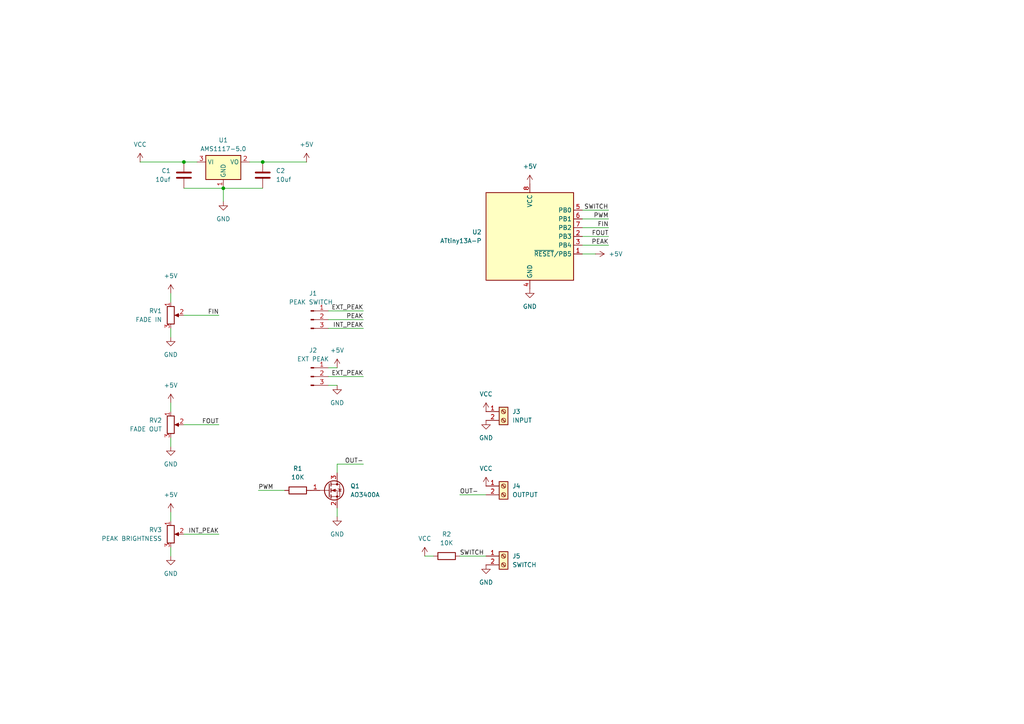
<source format=kicad_sch>
(kicad_sch (version 20250114) (generator "eeschema") (generator_version "9.0")
  (paper "A4")
  (title_block (title "ATtiny13A-based PWM Lighting Controller") (date "2025-06-09") (rev "Prototype 1") (company "DIY Labs"))
  (lib_symbols
    (symbol "Connector:Conn_01x03_Pin" (pin_names (offset 1.016) (hide yes))
      (property "Reference" "J" (at 0 5.08 0))
      (property "Value" "Conn_01x03_Pin" (at 0 -5.08 0))
      (symbol "Conn_01x03_Pin_1_1"
        (rectangle (start 0.8636 2.667) (end 0 2.413) (stroke (width 0.1524)) (fill (type outline)))
        (rectangle (start 0.8636 0.127) (end 0 -0.127) (stroke (width 0.1524)) (fill (type outline)))
        (rectangle (start 0.8636 -2.413) (end 0 -2.667) (stroke (width 0.1524)) (fill (type outline)))
        (polyline (pts (xy 1.27 2.54) (xy 0.8636 2.54)) (stroke (width 0.1524)))
        (polyline (pts (xy 1.27 0) (xy 0.8636 0)) (stroke (width 0.1524)))
        (polyline (pts (xy 1.27 -2.54) (xy 0.8636 -2.54)) (stroke (width 0.1524)))
        (pin passive line (at 5.08 2.54 180) (length 3.81) (name "Pin_1") (number "1"))
        (pin passive line (at 5.08 0 180) (length 3.81) (name "Pin_2") (number "2"))
        (pin passive line (at 5.08 -2.54 180) (length 3.81) (name "Pin_3") (number "3"))
      )
    )
    (symbol "Connector:Screw_Terminal_01x02" (pin_names (offset 1.016) (hide yes))
      (property "Reference" "J" (at 0 2.54 0))
      (property "Value" "Screw_Terminal_01x02" (at 0 -5.08 0))
      (symbol "Screw_Terminal_01x02_1_1"
        (rectangle (start -1.27 1.27) (end 1.27 -3.81) (stroke (width 0.254)) (fill (type background)))
        (polyline (pts (xy -0.5334 0.3302) (xy 0.3302 -0.508)) (stroke (width 0.1524)))
        (polyline (pts (xy -0.5334 -2.2098) (xy 0.3302 -3.048)) (stroke (width 0.1524)))
        (polyline (pts (xy -0.3556 0.508) (xy 0.508 -0.3302)) (stroke (width 0.1524)))
        (polyline (pts (xy -0.3556 -2.032) (xy 0.508 -2.8702)) (stroke (width 0.1524)))
        (circle (center 0 0) (radius 0.635) (stroke (width 0.1524)))
        (circle (center 0 -2.54) (radius 0.635) (stroke (width 0.1524)))
        (pin passive line (at -5.08 0 0) (length 3.81) (name "Pin_1") (number "1"))
        (pin passive line (at -5.08 -2.54 0) (length 3.81) (name "Pin_2") (number "2"))
      )
    )
    (symbol "Device:C" (pin_numbers (hide yes)) (pin_names (offset 0.254))
      (property "Reference" "C" (at 0.635 2.54 0))
      (property "Value" "C" (at 0.635 -2.54 0))
      (symbol "C_0_1"
        (polyline (pts (xy -2.032 0.762) (xy 2.032 0.762)) (stroke (width 0.508)))
        (polyline (pts (xy -2.032 -0.762) (xy 2.032 -0.762)) (stroke (width 0.508)))
      )
      (symbol "C_1_1"
        (pin passive line (at 0 3.81 270) (length 2.794) (name "~") (number "1"))
        (pin passive line (at 0 -3.81 90) (length 2.794) (name "~") (number "2"))
      )
    )
    (symbol "Device:R" (pin_numbers (hide yes)) (pin_names (offset 0))
      (property "Reference" "R" (at 2.032 0 90))
      (property "Value" "R" (at 0 0 90))
      (symbol "R_0_1"
        (rectangle (start -1.016 -2.54) (end 1.016 2.54) (stroke (width 0.254)))
      )
      (symbol "R_1_1"
        (pin passive line (at 0 3.81 270) (length 1.27) (name "~") (number "1"))
        (pin passive line (at 0 -3.81 90) (length 1.27) (name "~") (number "2"))
      )
    )
    (symbol "Device:R_Potentiometer" (pin_names (offset 1.016) (hide yes))
      (property "Reference" "RV" (at -4.445 0 90))
      (property "Value" "R_Potentiometer" (at -2.54 0 90))
      (symbol "R_Potentiometer_0_1"
        (rectangle (start 1.016 2.54) (end -1.016 -2.54) (stroke (width 0.254)))
        (polyline (pts (xy 1.143 0) (xy 2.286 0.508) (xy 2.286 -0.508) (xy 1.143 0)) (fill (type outline)))
        (polyline (pts (xy 2.54 0) (xy 1.524 0)))
      )
      (symbol "R_Potentiometer_1_1"
        (pin passive line (at 0 3.81 270) (length 1.27) (name "1") (number "1"))
        (pin passive line (at 0 -3.81 90) (length 1.27) (name "3") (number "3"))
        (pin passive line (at 3.81 0 180) (length 1.27) (name "2") (number "2"))
      )
    )
    (symbol "MCU_Microchip_ATtiny:ATtiny13A-P"
      (property "Reference" "U" (at -12.7 13.97 0))
      (property "Value" "ATtiny13A-P" (at 2.54 -13.97 0))
      (symbol "ATtiny13A-P_0_1"
        (rectangle (start -12.7 -12.7) (end 12.7 12.7) (stroke (width 0.254)) (fill (type background)))
      )
      (symbol "ATtiny13A-P_1_1"
        (pin power_in line (at 0 15.24 270) (length 2.54) (name "VCC") (number "8"))
        (pin power_in line (at 0 -15.24 90) (length 2.54) (name "GND") (number "4"))
        (pin bidirectional line (at 15.24 7.62 180) (length 2.54) (name "PB0") (number "5"))
        (pin bidirectional line (at 15.24 5.08 180) (length 2.54) (name "PB1") (number "6"))
        (pin bidirectional line (at 15.24 2.54 180) (length 2.54) (name "PB2") (number "7"))
        (pin bidirectional line (at 15.24 0 180) (length 2.54) (name "PB3") (number "2"))
        (pin bidirectional line (at 15.24 -2.54 180) (length 2.54) (name "PB4") (number "3"))
        (pin bidirectional line (at 15.24 -5.08 180) (length 2.54) (name "~{RESET}/PB5") (number "1"))
      )
    )
    (symbol "Regulator_Linear:AMS1117-5.0"
      (property "Reference" "U" (at -3.81 3.175 0))
      (property "Value" "AMS1117-5.0" (at 0 3.175 0))
      (symbol "AMS1117-5.0_0_1"
        (rectangle (start -5.08 -5.08) (end 5.08 1.905) (stroke (width 0.254)) (fill (type background)))
      )
      (symbol "AMS1117-5.0_1_1"
        (pin power_in line (at -7.62 0 0) (length 2.54) (name "VI") (number "3"))
        (pin power_in line (at 0 -7.62 90) (length 2.54) (name "GND") (number "1"))
        (pin power_out line (at 7.62 0 180) (length 2.54) (name "VO") (number "2"))
      )
    )
    (symbol "Transistor_FET:AO3400A" (pin_names (hide yes))
      (property "Reference" "Q" (at 5.08 1.905 0))
      (property "Value" "AO3400A" (at 5.08 0 0))
      (symbol "AO3400A_0_1"
        (polyline (pts (xy 0.254 1.905) (xy 0.254 -1.905)) (stroke (width 0.254)))
        (polyline (pts (xy 0.254 0) (xy -2.54 0)))
        (polyline (pts (xy 0.762 2.286) (xy 0.762 1.27)) (stroke (width 0.254)))
        (polyline (pts (xy 0.762 0.508) (xy 0.762 -0.508)) (stroke (width 0.254)))
        (polyline (pts (xy 0.762 -1.27) (xy 0.762 -2.286)) (stroke (width 0.254)))
        (polyline (pts (xy 0.762 -1.778) (xy 3.302 -1.778) (xy 3.302 1.778) (xy 0.762 1.778)))
        (polyline (pts (xy 1.016 0) (xy 2.032 0.381) (xy 2.032 -0.381) (xy 1.016 0)) (fill (type outline)))
        (circle (center 1.651 0) (radius 2.794) (stroke (width 0.254)))
        (polyline (pts (xy 2.54 2.54) (xy 2.54 1.778)))
        (circle (center 2.54 1.778) (radius 0.254) (fill (type outline)))
        (circle (center 2.54 -1.778) (radius 0.254) (fill (type outline)))
        (polyline (pts (xy 2.54 -2.54) (xy 2.54 0) (xy 0.762 0)))
        (polyline (pts (xy 2.794 0.508) (xy 2.921 0.381) (xy 3.683 0.381) (xy 3.81 0.254)))
        (polyline (pts (xy 3.302 0.381) (xy 2.921 -0.254) (xy 3.683 -0.254) (xy 3.302 0.381)))
      )
      (symbol "AO3400A_1_1"
        (pin input line (at -5.08 0 0) (length 2.54) (name "G") (number "1"))
        (pin passive line (at 2.54 5.08 270) (length 2.54) (name "D") (number "3"))
        (pin passive line (at 2.54 -5.08 90) (length 2.54) (name "S") (number "2"))
      )
    )
    (symbol "power:+5V" (power) (pin_numbers (hide yes)) (pin_names (offset 0) (hide yes))
      (property "Value" "+5V" (at 0 3.556 0))
      (symbol "+5V_0_1"
        (polyline (pts (xy -0.762 1.27) (xy 0 2.54)))
        (polyline (pts (xy 0 2.54) (xy 0.762 1.27)))
        (polyline (pts (xy 0 0) (xy 0 2.54)))
      )
      (symbol "+5V_1_1"
        (pin power_in line (at 0 0 90) (length 0) (name "~") (number "1"))
      )
    )
    (symbol "power:GND" (power) (pin_numbers (hide yes)) (pin_names (offset 0) (hide yes))
      (property "Value" "GND" (at 0 -3.81 0))
      (symbol "GND_0_1"
        (polyline (pts (xy 0 0) (xy 0 -1.27) (xy 1.27 -1.27) (xy 0 -2.54) (xy -1.27 -1.27) (xy 0 -1.27)))
      )
      (symbol "GND_1_1"
        (pin power_in line (at 0 0 270) (length 0) (name "~") (number "1"))
      )
    )
    (symbol "power:VCC" (power) (pin_numbers (hide yes)) (pin_names (offset 0) (hide yes))
      (property "Value" "VCC" (at 0 3.556 0))
      (symbol "VCC_0_1"
        (polyline (pts (xy -0.762 1.27) (xy 0 2.54)))
        (polyline (pts (xy 0 2.54) (xy 0.762 1.27)))
        (polyline (pts (xy 0 0) (xy 0 2.54)))
      )
      (symbol "VCC_1_1"
        (pin power_in line (at 0 0 90) (length 0) (name "~") (number "1"))
      )
    )
  )
  (junction (at 53.34 46.99))
  (junction (at 76.2 46.99))
  (junction (at 64.77 54.61))
  (wire (pts (xy 95.25 106.68) (xy 97.79 106.68)))
  (wire (pts (xy 97.79 134.62) (xy 105.41 134.62)))
  (wire (pts (xy 123.19 161.29) (xy 125.73 161.29)))
  (wire (pts (xy 168.91 68.58) (xy 176.53 68.58)))
  (wire (pts (xy 74.93 142.24) (xy 82.55 142.24)))
  (wire (pts (xy 53.34 91.44) (xy 63.5 91.44)))
  (wire (pts (xy 168.91 63.5) (xy 176.53 63.5)))
  (wire (pts (xy 49.53 95.25) (xy 49.53 97.79)))
  (wire (pts (xy 49.53 116.84) (xy 49.53 119.38)))
  (wire (pts (xy 49.53 127) (xy 49.53 129.54)))
  (wire (pts (xy 64.77 54.61) (xy 76.2 54.61)))
  (wire (pts (xy 97.79 147.32) (xy 97.79 149.86)))
  (wire (pts (xy 49.53 148.59) (xy 49.53 151.13)))
  (wire (pts (xy 72.39 46.99) (xy 76.2 46.99)))
  (wire (pts (xy 168.91 60.96) (xy 176.53 60.96)))
  (wire (pts (xy 53.34 54.61) (xy 64.77 54.61)))
  (wire (pts (xy 97.79 134.62) (xy 97.79 137.16)))
  (wire (pts (xy 95.25 111.76) (xy 97.79 111.76)))
  (wire (pts (xy 49.53 158.75) (xy 49.53 161.29)))
  (wire (pts (xy 95.25 92.71) (xy 105.41 92.71)))
  (wire (pts (xy 168.91 66.04) (xy 176.53 66.04)))
  (wire (pts (xy 168.91 71.12) (xy 176.53 71.12)))
  (wire (pts (xy 40.64 46.99) (xy 53.34 46.99)))
  (wire (pts (xy 53.34 154.94) (xy 63.5 154.94)))
  (wire (pts (xy 53.34 46.99) (xy 57.15 46.99)))
  (wire (pts (xy 133.35 161.29) (xy 140.97 161.29)))
  (wire (pts (xy 95.25 95.25) (xy 105.41 95.25)))
  (wire (pts (xy 133.35 143.51) (xy 140.97 143.51)))
  (wire (pts (xy 49.53 85.09) (xy 49.53 87.63)))
  (wire (pts (xy 53.34 123.19) (xy 63.5 123.19)))
  (wire (pts (xy 64.77 54.61) (xy 64.77 58.42)))
  (wire (pts (xy 172.72 73.66) (xy 168.91 73.66)))
  (wire (pts (xy 76.2 46.99) (xy 88.9 46.99)))
  (wire (pts (xy 95.25 90.17) (xy 105.41 90.17)))
  (wire (pts (xy 95.25 109.22) (xy 105.41 109.22)))
  (label "PWM" (at 74.93 142.24 0))
  (label "FOUT" (at 176.53 68.58 180))
  (label "SWITCH" (at 176.4382 60.96 180))
  (label "OUT-" (at 105.41 134.62 180))
  (label "FIN" (at 63.5 91.44 180))
  (label "PEAK" (at 105.41 92.71 180))
  (label "PWM" (at 176.53 63.5 180))
  (label "PEAK" (at 176.53 71.12 180))
  (label "EXT_PEAK" (at 105.41 109.22 180))
  (label "INT_PEAK" (at 105.41 95.25 180))
  (label "EXT_PEAK" (at 105.41 90.17 180))
  (label "OUT-" (at 133.35 143.51 0))
  (label "INT_PEAK" (at 63.5 154.94 180))
  (label "FOUT" (at 63.5 123.19 180))
  (label "SWITCH" (at 133.35 161.29 0))
  (label "FIN" (at 176.53 66.04 180))
  (symbol (lib_id "Device:C") (at 76.2 50.8 0) (unit 1)
    (property "Reference" "C2" (at 80.01 49.5299 0) (effects (justify left)))
    (property "Value" "10uf" (at 80.01 52.0699 0) (effects (justify left)))
    (property "Description" "Unpolarized capacitor" (effects (hide yes)))
  )
  (symbol (lib_id "power:GND") (at 49.53 161.29 0) (unit 1)
    (property "Reference" "#PWR012" (effects (hide yes)))
    (property "Value" "GND" (at 49.53 166.37 0))
    (property "Description" "Power symbol creates a global label with name \"GND\" , ground" (effects (hide yes)))
  )
  (symbol (lib_id "power:VCC") (at 140.97 119.38 0) (unit 1)
    (property "Reference" "#PWR018" (effects (hide yes)))
    (property "Value" "VCC" (at 140.97 114.3 0))
    (property "Description" "Power symbol creates a global label with name \"VCC\"" (effects (hide yes)))
  )
  (symbol (lib_id "power:+5V") (at 172.72 73.66 270) (unit 1)
    (property "Reference" "#PWR06" (effects (hide yes)))
    (property "Value" "+5V" (at 176.53 73.6599 90) (effects (justify left)))
    (property "Description" "Power symbol creates a global label with name \"+5V\"" (effects (hide yes)))
  )
  (symbol (lib_id "power:+5V") (at 97.79 106.68 0) (unit 1)
    (property "Reference" "#PWR014" (effects (hide yes)))
    (property "Value" "+5V" (at 97.79 101.6 0))
    (property "Description" "Power symbol creates a global label with name \"+5V\"" (effects (hide yes)))
  )
  (symbol (lib_id "power:GND") (at 49.53 97.79 0) (unit 1)
    (property "Reference" "#PWR07" (effects (hide yes)))
    (property "Value" "GND" (at 49.53 102.87 0))
    (property "Description" "Power symbol creates a global label with name \"GND\" , ground" (effects (hide yes)))
  )
  (symbol (lib_id "Connector:Conn_01x03_Pin") (at 90.17 92.71 0) (unit 1)
    (property "Reference" "J1" (at 90.805 85.09 0))
    (property "Value" "PEAK SWITCH" (at 90.17 87.63 0))
    (property "Description" "Generic connector, single row, 01x03, script generated" (effects (hide yes)))
  )
  (symbol (lib_id "power:VCC") (at 140.97 140.97 0) (unit 1)
    (property "Reference" "#PWR016" (effects (hide yes)))
    (property "Value" "VCC" (at 140.97 135.89 0))
    (property "Description" "Power symbol creates a global label with name \"VCC\"" (effects (hide yes)))
  )
  (symbol (lib_id "Device:R") (at 129.54 161.29 90) (unit 1)
    (property "Reference" "R2" (at 129.54 154.94 90))
    (property "Value" "10K" (at 129.54 157.48 90))
    (property "Description" "Resistor" (effects (hide yes)))
  )
  (symbol (lib_id "power:GND") (at 97.79 111.76 0) (unit 1)
    (property "Reference" "#PWR013" (effects (hide yes)))
    (property "Value" "GND" (at 97.79 116.84 0))
    (property "Description" "Power symbol creates a global label with name \"GND\" , ground" (effects (hide yes)))
  )
  (symbol (lib_id "power:GND") (at 49.53 129.54 0) (unit 1)
    (property "Reference" "#PWR010" (effects (hide yes)))
    (property "Value" "GND" (at 49.53 134.62 0))
    (property "Description" "Power symbol creates a global label with name \"GND\" , ground" (effects (hide yes)))
  )
  (symbol (lib_id "power:GND") (at 64.77 58.42 0) (unit 1)
    (property "Reference" "#PWR01" (effects (hide yes)))
    (property "Value" "GND" (at 64.77 63.5 0))
    (property "Description" "Power symbol creates a global label with name \"GND\" , ground" (effects (hide yes)))
  )
  (symbol (lib_id "power:GND") (at 97.79 149.86 0) (unit 1)
    (property "Reference" "#PWR015" (effects (hide yes)))
    (property "Value" "GND" (at 97.79 154.94 0))
    (property "Description" "Power symbol creates a global label with name \"GND\" , ground" (effects (hide yes)))
  )
  (symbol (lib_id "power:GND") (at 140.97 121.92 0) (unit 1)
    (property "Reference" "#PWR017" (effects (hide yes)))
    (property "Value" "GND" (at 140.97 127 0))
    (property "Description" "Power symbol creates a global label with name \"GND\" , ground" (effects (hide yes)))
  )
  (symbol (lib_id "power:+5V") (at 49.53 85.09 0) (unit 1)
    (property "Reference" "#PWR08" (effects (hide yes)))
    (property "Value" "+5V" (at 49.53 80.01 0))
    (property "Description" "Power symbol creates a global label with name \"+5V\"" (effects (hide yes)))
  )
  (symbol (lib_id "power:VCC") (at 40.64 46.99 0) (unit 1)
    (property "Reference" "#PWR03" (effects (hide yes)))
    (property "Value" "VCC" (at 40.64 41.91 0))
    (property "Description" "Power symbol creates a global label with name \"VCC\"" (effects (hide yes)))
  )
  (symbol (lib_id "Connector:Screw_Terminal_01x02") (at 146.05 119.38 0) (unit 1)
    (property "Reference" "J3" (at 148.59 119.3799 0) (effects (justify left)))
    (property "Value" "INPUT" (at 148.59 121.9199 0) (effects (justify left)))
    (property "Description" "Generic screw terminal, single row, 01x02, script generated (kicad-library-utils/schlib/autogen/connector/)" (effects (hide yes)))
  )
  (symbol (lib_id "MCU_Microchip_ATtiny:ATtiny13A-P") (at 153.67 68.58 0) (unit 1)
    (property "Reference" "U2" (at 139.7 67.3099 0) (effects (justify right)))
    (property "Value" "ATtiny13A-P" (at 139.7 69.8499 0) (effects (justify right)))
    (property "Footprint" "Package_DIP:DIP-8_W7.62mm" (effects (hide yes)))
    (property "Datasheet" "http://ww1.microchip.com/downloads/en/DeviceDoc/doc8126.pdf" (effects (hide yes)))
    (property "Description" "20MHz, 1kB Flash, 64B SRAM, 64B EEPROM, debugWIRE, DIP-8" (effects (hide yes)))
  )
  (symbol (lib_id "power:+5V") (at 49.53 148.59 0) (unit 1)
    (property "Reference" "#PWR011" (effects (hide yes)))
    (property "Value" "+5V" (at 49.53 143.51 0))
    (property "Description" "Power symbol creates a global label with name \"+5V\"" (effects (hide yes)))
  )
  (symbol (lib_id "Device:C") (at 53.34 50.8 0) (mirror y) (unit 1)
    (property "Reference" "C1" (at 49.53 49.5299 0) (effects (justify left)))
    (property "Value" "10uf" (at 49.53 52.0699 0) (effects (justify left)))
    (property "Description" "Unpolarized capacitor" (effects (hide yes)))
  )
  (symbol (lib_id "power:+5V") (at 88.9 46.99 0) (unit 1)
    (property "Reference" "#PWR02" (effects (hide yes)))
    (property "Value" "+5V" (at 88.9 41.91 0))
    (property "Description" "Power symbol creates a global label with name \"+5V\"" (effects (hide yes)))
  )
  (symbol (lib_id "Device:R") (at 86.36 142.24 90) (unit 1)
    (property "Reference" "R1" (at 86.36 135.89 90))
    (property "Value" "10K" (at 86.36 138.43 90))
    (property "Description" "Resistor" (effects (hide yes)))
  )
  (symbol (lib_id "Connector:Screw_Terminal_01x02") (at 146.05 140.97 0) (unit 1)
    (property "Reference" "J4" (at 148.59 140.9699 0) (effects (justify left)))
    (property "Value" "OUTPUT" (at 148.59 143.5099 0) (effects (justify left)))
    (property "Description" "Generic screw terminal, single row, 01x02, script generated (kicad-library-utils/schlib/autogen/connector/)" (effects (hide yes)))
  )
  (symbol (lib_id "power:+5V") (at 153.67 53.34 0) (unit 1)
    (property "Reference" "#PWR04" (effects (hide yes)))
    (property "Value" "+5V" (at 153.67 48.26 0))
    (property "Description" "Power symbol creates a global label with name \"+5V\"" (effects (hide yes)))
  )
  (symbol (lib_id "Connector:Conn_01x03_Pin") (at 90.17 109.22 0) (unit 1)
    (property "Reference" "J2" (at 90.805 101.6 0))
    (property "Value" "EXT PEAK" (at 90.805 104.14 0))
    (property "Description" "Generic connector, single row, 01x03, script generated" (effects (hide yes)))
  )
  (symbol (lib_id "Device:R_Potentiometer") (at 49.53 91.44 0) (unit 1)
    (property "Reference" "RV1" (at 46.99 90.1699 0) (effects (justify right)))
    (property "Value" "FADE IN" (at 46.99 92.7099 0) (effects (justify right)))
    (property "Description" "Potentiometer" (effects (hide yes)))
  )
  (symbol (lib_id "Regulator_Linear:AMS1117-5.0") (at 64.77 46.99 0) (unit 1)
    (property "Reference" "U1" (at 64.77 40.64 0))
    (property "Value" "AMS1117-5.0" (at 64.77 43.18 0))
    (property "Footprint" "Package_TO_SOT_SMD:SOT-223-3_TabPin2" (effects (hide yes)))
    (property "Datasheet" "http://www.advanced-monolithic.com/pdf/ds1117.pdf" (effects (hide yes)))
    (property "Description" "1A Low Dropout regulator, positive, 5.0V fixed output, SOT-223" (effects (hide yes)))
  )
  (symbol (lib_id "Transistor_FET:AO3400A") (at 95.25 142.24 0) (unit 1)
    (property "Reference" "Q1" (at 101.6 140.9699 0) (effects (justify left)))
    (property "Value" "AO3400A" (at 101.6 143.5099 0) (effects (justify left)))
    (property "Footprint" "Package_TO_SOT_SMD:SOT-23" (effects (hide yes)))
    (property "Datasheet" "http://www.aosmd.com/pdfs/datasheet/AO3400A.pdf" (effects (hide yes)))
    (property "Description" "30V Vds, 5.7A Id, N-Channel MOSFET, SOT-23" (effects (hide yes)))
  )
  (symbol (lib_id "Connector:Screw_Terminal_01x02") (at 146.05 161.29 0) (unit 1)
    (property "Reference" "J5" (at 148.59 161.2899 0) (effects (justify left)))
    (property "Value" "SWITCH" (at 148.59 163.8299 0) (effects (justify left)))
    (property "Description" "Generic screw terminal, single row, 01x02, script generated (kicad-library-utils/schlib/autogen/connector/)" (effects (hide yes)))
  )
  (symbol (lib_id "power:+5V") (at 49.53 116.84 0) (unit 1)
    (property "Reference" "#PWR09" (effects (hide yes)))
    (property "Value" "+5V" (at 49.53 111.76 0))
    (property "Description" "Power symbol creates a global label with name \"+5V\"" (effects (hide yes)))
  )
  (symbol (lib_id "power:VCC") (at 123.19 161.29 0) (unit 1)
    (property "Reference" "#PWR019" (effects (hide yes)))
    (property "Value" "VCC" (at 123.19 156.21 0))
    (property "Description" "Power symbol creates a global label with name \"VCC\"" (effects (hide yes)))
  )
  (symbol (lib_id "power:GND") (at 153.67 83.82 0) (unit 1)
    (property "Reference" "#PWR05" (effects (hide yes)))
    (property "Value" "GND" (at 153.67 88.9 0))
    (property "Description" "Power symbol creates a global label with name \"GND\" , ground" (effects (hide yes)))
  )
  (symbol (lib_id "Device:R_Potentiometer") (at 49.53 154.94 0) (unit 1)
    (property "Reference" "RV3" (at 46.99 153.6699 0) (effects (justify right)))
    (property "Value" "PEAK BRIGHTNESS" (at 46.99 156.2099 0) (effects (justify right)))
    (property "Description" "Potentiometer" (effects (hide yes)))
  )
  (symbol (lib_id "Device:R_Potentiometer") (at 49.53 123.19 0) (unit 1)
    (property "Reference" "RV2" (at 46.99 121.9199 0) (effects (justify right)))
    (property "Value" "FADE OUT" (at 46.99 124.4599 0) (effects (justify right)))
    (property "Description" "Potentiometer" (effects (hide yes)))
  )
  (symbol (lib_id "power:GND") (at 140.97 163.83 0) (unit 1)
    (property "Reference" "#PWR020" (effects (hide yes)))
    (property "Value" "GND" (at 140.97 168.91 0))
    (property "Description" "Power symbol creates a global label with name \"GND\" , ground" (effects (hide yes)))
  )
)
</source>
